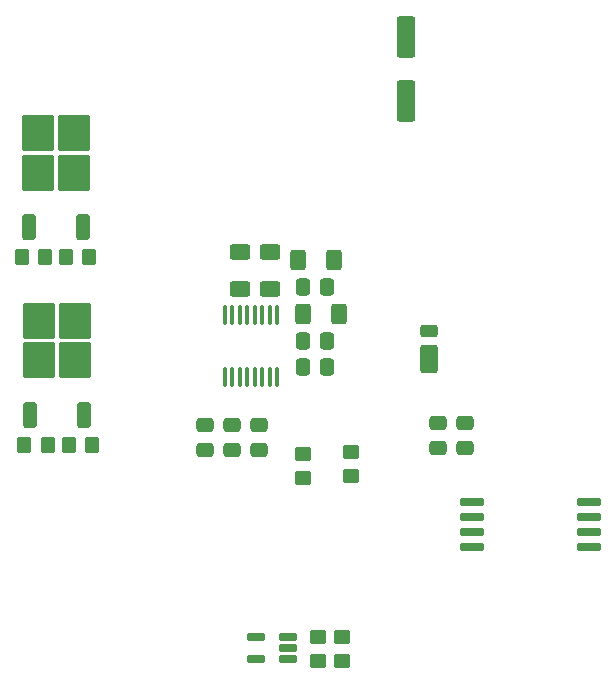
<source format=gbr>
%TF.GenerationSoftware,KiCad,Pcbnew,8.0.5*%
%TF.CreationDate,2024-12-02T15:09:44+01:00*%
%TF.ProjectId,Core4GPZ_rev0-1,436f7265-3447-4505-9a5f-726576302d31,rev?*%
%TF.SameCoordinates,Original*%
%TF.FileFunction,Paste,Top*%
%TF.FilePolarity,Positive*%
%FSLAX46Y46*%
G04 Gerber Fmt 4.6, Leading zero omitted, Abs format (unit mm)*
G04 Created by KiCad (PCBNEW 8.0.5) date 2024-12-02 15:09:44*
%MOMM*%
%LPD*%
G01*
G04 APERTURE LIST*
G04 Aperture macros list*
%AMRoundRect*
0 Rectangle with rounded corners*
0 $1 Rounding radius*
0 $2 $3 $4 $5 $6 $7 $8 $9 X,Y pos of 4 corners*
0 Add a 4 corners polygon primitive as box body*
4,1,4,$2,$3,$4,$5,$6,$7,$8,$9,$2,$3,0*
0 Add four circle primitives for the rounded corners*
1,1,$1+$1,$2,$3*
1,1,$1+$1,$4,$5*
1,1,$1+$1,$6,$7*
1,1,$1+$1,$8,$9*
0 Add four rect primitives between the rounded corners*
20,1,$1+$1,$2,$3,$4,$5,0*
20,1,$1+$1,$4,$5,$6,$7,0*
20,1,$1+$1,$6,$7,$8,$9,0*
20,1,$1+$1,$8,$9,$2,$3,0*%
G04 Aperture macros list end*
%ADD10RoundRect,0.250000X-0.450000X0.350000X-0.450000X-0.350000X0.450000X-0.350000X0.450000X0.350000X0*%
%ADD11RoundRect,0.250000X0.400000X0.625000X-0.400000X0.625000X-0.400000X-0.625000X0.400000X-0.625000X0*%
%ADD12RoundRect,0.250000X-0.625000X0.400000X-0.625000X-0.400000X0.625000X-0.400000X0.625000X0.400000X0*%
%ADD13RoundRect,0.250000X-0.350000X-0.450000X0.350000X-0.450000X0.350000X0.450000X-0.350000X0.450000X0*%
%ADD14RoundRect,0.250000X0.350000X0.450000X-0.350000X0.450000X-0.350000X-0.450000X0.350000X-0.450000X0*%
%ADD15RoundRect,0.250000X-0.337500X-0.475000X0.337500X-0.475000X0.337500X0.475000X-0.337500X0.475000X0*%
%ADD16RoundRect,0.250000X-0.500000X0.950000X-0.500000X-0.950000X0.500000X-0.950000X0.500000X0.950000X0*%
%ADD17RoundRect,0.250000X-0.500000X0.275000X-0.500000X-0.275000X0.500000X-0.275000X0.500000X0.275000X0*%
%ADD18RoundRect,0.250000X-0.475000X0.337500X-0.475000X-0.337500X0.475000X-0.337500X0.475000X0.337500X0*%
%ADD19RoundRect,0.250000X-0.550000X1.500000X-0.550000X-1.500000X0.550000X-1.500000X0.550000X1.500000X0*%
%ADD20RoundRect,0.250000X0.475000X-0.337500X0.475000X0.337500X-0.475000X0.337500X-0.475000X-0.337500X0*%
%ADD21RoundRect,0.100000X0.100000X-0.712500X0.100000X0.712500X-0.100000X0.712500X-0.100000X-0.712500X0*%
%ADD22RoundRect,0.250000X0.350000X-0.850000X0.350000X0.850000X-0.350000X0.850000X-0.350000X-0.850000X0*%
%ADD23RoundRect,0.250000X1.125000X-1.275000X1.125000X1.275000X-1.125000X1.275000X-1.125000X-1.275000X0*%
%ADD24RoundRect,0.162500X0.617500X0.162500X-0.617500X0.162500X-0.617500X-0.162500X0.617500X-0.162500X0*%
%ADD25RoundRect,0.187500X-0.812500X-0.187500X0.812500X-0.187500X0.812500X0.187500X-0.812500X0.187500X0*%
%ADD26RoundRect,0.250000X0.337500X0.475000X-0.337500X0.475000X-0.337500X-0.475000X0.337500X-0.475000X0*%
%ADD27RoundRect,0.250000X0.450000X-0.350000X0.450000X0.350000X-0.450000X0.350000X-0.450000X-0.350000X0*%
G04 APERTURE END LIST*
D10*
%TO.C,R14*%
X128529000Y-95250000D03*
X128529000Y-97250000D03*
%TD*%
D11*
%TO.C,R12*%
X127565000Y-83566000D03*
X124465000Y-83566000D03*
%TD*%
D12*
%TO.C,R11*%
X121671000Y-78307000D03*
X121671000Y-81407000D03*
%TD*%
%TO.C,R10*%
X119131000Y-78307000D03*
X119131000Y-81407000D03*
%TD*%
D11*
%TO.C,R9*%
X127145250Y-78939000D03*
X124045250Y-78939000D03*
%TD*%
D13*
%TO.C,R8*%
X100875000Y-94615000D03*
X102875000Y-94615000D03*
%TD*%
D14*
%TO.C,R7*%
X106653000Y-94615000D03*
X104653000Y-94615000D03*
%TD*%
D15*
%TO.C,C6*%
X124465000Y-88011000D03*
X126540000Y-88011000D03*
%TD*%
D14*
%TO.C,R5*%
X106406000Y-78734000D03*
X104406000Y-78734000D03*
%TD*%
D16*
%TO.C,D4*%
X135133000Y-87338000D03*
D17*
X135133000Y-84963000D03*
%TD*%
D18*
%TO.C,C8*%
X116210000Y-92942500D03*
X116210000Y-95017500D03*
%TD*%
D19*
%TO.C,C1*%
X133228000Y-60071000D03*
X133228000Y-65471000D03*
%TD*%
D20*
%TO.C,C3*%
X135895000Y-94869000D03*
X135895000Y-92794000D03*
%TD*%
D21*
%TO.C,IC1*%
X117861000Y-88900000D03*
X118496000Y-88900000D03*
X119131000Y-88900000D03*
X119766000Y-88900000D03*
X120401000Y-88900000D03*
X121036000Y-88900000D03*
X121671000Y-88900000D03*
X122306000Y-88900000D03*
X122306000Y-83625000D03*
X121671000Y-83625000D03*
X121036000Y-83625000D03*
X120401000Y-83625000D03*
X119766000Y-83625000D03*
X119131000Y-83625000D03*
X118496000Y-83625000D03*
X117861000Y-83625000D03*
%TD*%
D22*
%TO.C,Q2*%
X101351000Y-92075000D03*
D23*
X102106000Y-87450000D03*
X105156000Y-87450000D03*
X102106000Y-84100000D03*
X105156000Y-84100000D03*
D22*
X105911000Y-92075000D03*
%TD*%
D10*
%TO.C,R3*%
X125735000Y-110871000D03*
X125735000Y-112871000D03*
%TD*%
D18*
%TO.C,C7*%
X118496000Y-92942500D03*
X118496000Y-95017500D03*
%TD*%
D22*
%TO.C,Q1*%
X101318500Y-76194000D03*
D23*
X102073500Y-71569000D03*
X105123500Y-71569000D03*
X102073500Y-68219000D03*
X105123500Y-68219000D03*
D22*
X105878500Y-76194000D03*
%TD*%
D15*
%TO.C,C7*%
X124465000Y-85797000D03*
X126540000Y-85797000D03*
%TD*%
D20*
%TO.C,C2*%
X138181000Y-94869000D03*
X138181000Y-92794000D03*
%TD*%
D18*
%TO.C,C5*%
X120782000Y-92942500D03*
X120782000Y-95017500D03*
%TD*%
D24*
%TO.C,U4*%
X123228000Y-112776000D03*
X123228000Y-111826000D03*
X123228000Y-110876000D03*
X120528000Y-110876000D03*
X120528000Y-112776000D03*
%TD*%
D25*
%TO.C,U3*%
X138816000Y-99441000D03*
X138816000Y-100711000D03*
X138816000Y-101981000D03*
X138816000Y-103251000D03*
X148722000Y-103251000D03*
X148722000Y-101981000D03*
X148722000Y-100711000D03*
X148722000Y-99441000D03*
%TD*%
D26*
%TO.C,C4*%
X126540000Y-81225000D03*
X124465000Y-81225000D03*
%TD*%
D27*
%TO.C,R4*%
X127767000Y-112871000D03*
X127767000Y-110871000D03*
%TD*%
D10*
%TO.C,R13*%
X124465000Y-95377000D03*
X124465000Y-97377000D03*
%TD*%
D13*
%TO.C,R6*%
X100676000Y-78734000D03*
X102676000Y-78734000D03*
%TD*%
M02*

</source>
